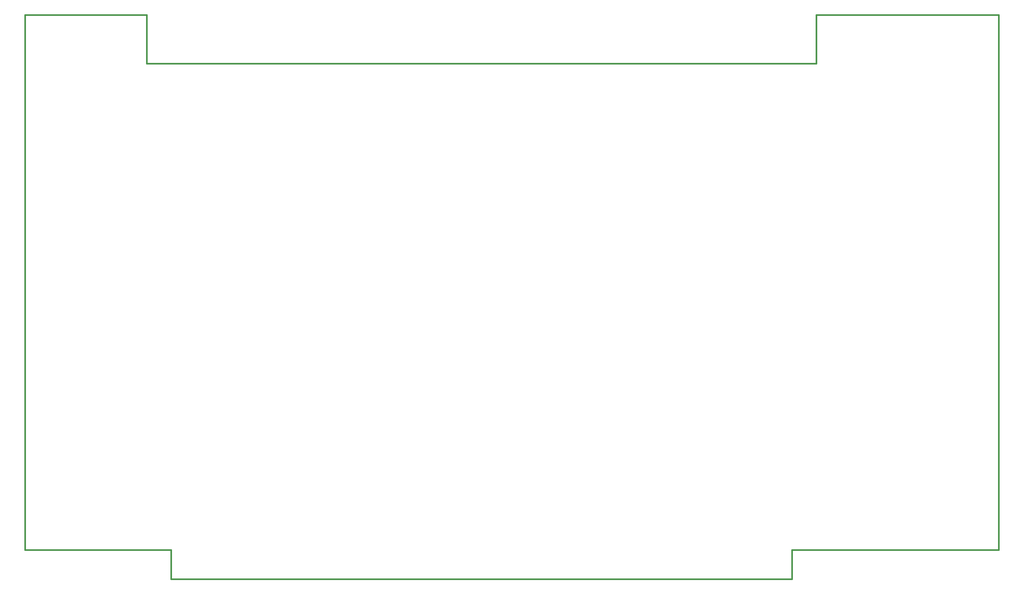
<source format=gbr>
G04 (created by PCBNEW (2013-07-07 BZR 4022)-stable) date 13/10/2017 14:23:44*
%MOIN*%
G04 Gerber Fmt 3.4, Leading zero omitted, Abs format*
%FSLAX34Y34*%
G01*
G70*
G90*
G04 APERTURE LIST*
%ADD10C,0.00590551*%
%ADD11C,0.015*%
G04 APERTURE END LIST*
G54D10*
G54D11*
X86250Y-18000D02*
X85500Y-18000D01*
X86250Y-13000D02*
X86250Y-18000D01*
X105000Y-13000D02*
X86250Y-13000D01*
X5000Y-13000D02*
X5000Y-20500D01*
X17500Y-13000D02*
X5000Y-13000D01*
X17500Y-18000D02*
X17500Y-13000D01*
X85500Y-18000D02*
X17500Y-18000D01*
X105000Y-20500D02*
X105000Y-13000D01*
X5000Y-68000D02*
X5000Y-20500D01*
X105000Y-68000D02*
X105000Y-20500D01*
X20000Y-68000D02*
X5000Y-68000D01*
X20000Y-71000D02*
X20000Y-68000D01*
X83750Y-71000D02*
X20000Y-71000D01*
X83750Y-68000D02*
X83750Y-71000D01*
X105000Y-68000D02*
X83750Y-68000D01*
M02*

</source>
